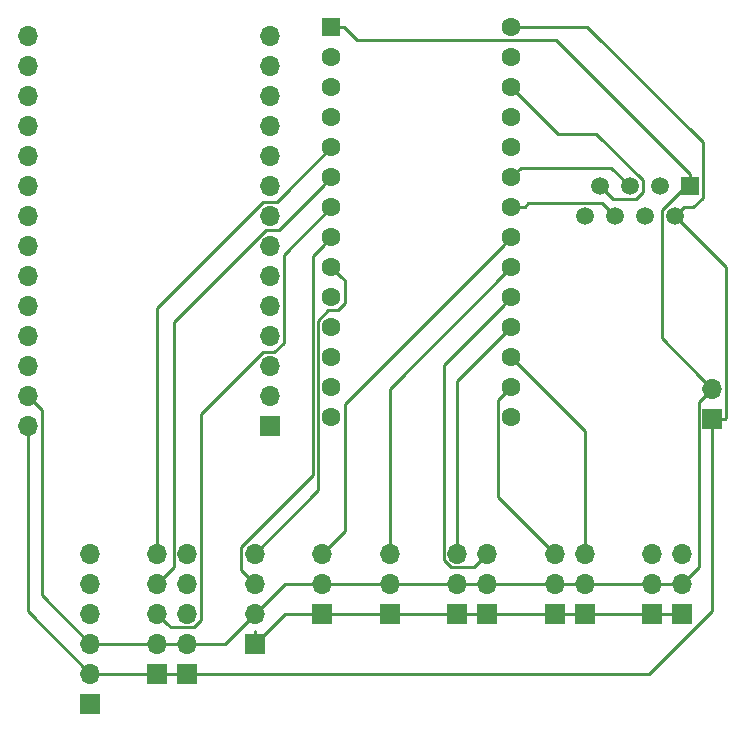
<source format=gbr>
G04 #@! TF.GenerationSoftware,KiCad,Pcbnew,(5.1.2)-2*
G04 #@! TF.CreationDate,2019-09-03T22:16:40-05:00*
G04 #@! TF.ProjectId,ControlBoardT4_Rev1,436f6e74-726f-46c4-926f-61726454345f,rev?*
G04 #@! TF.SameCoordinates,Original*
G04 #@! TF.FileFunction,Copper,L1,Top*
G04 #@! TF.FilePolarity,Positive*
%FSLAX46Y46*%
G04 Gerber Fmt 4.6, Leading zero omitted, Abs format (unit mm)*
G04 Created by KiCad (PCBNEW (5.1.2)-2) date 2019-09-03 22:16:40*
%MOMM*%
%LPD*%
G04 APERTURE LIST*
%ADD10R,1.700000X1.700000*%
%ADD11O,1.700000X1.700000*%
%ADD12R,1.500000X1.500000*%
%ADD13C,1.500000*%
%ADD14C,1.600000*%
%ADD15R,1.600000X1.600000*%
%ADD16C,0.250000*%
G04 APERTURE END LIST*
D10*
X140970000Y-106680000D03*
D11*
X120470000Y-106680000D03*
X140970000Y-104140000D03*
X120470000Y-104140000D03*
X140970000Y-101600000D03*
X120470000Y-101600000D03*
X140970000Y-99060000D03*
X120470000Y-99060000D03*
X140970000Y-96520000D03*
X120470000Y-96520000D03*
X140970000Y-93980000D03*
X120470000Y-93980000D03*
X140970000Y-91440000D03*
X120470000Y-91440000D03*
X140970000Y-88900000D03*
X120470000Y-88900000D03*
X140970000Y-86360000D03*
X120470000Y-86360000D03*
X140970000Y-83820000D03*
X120470000Y-83820000D03*
X140970000Y-81280000D03*
X120470000Y-81280000D03*
X140970000Y-78740000D03*
X120470000Y-78740000D03*
X140970000Y-76200000D03*
X120470000Y-76200000D03*
X140970000Y-73660000D03*
X120470000Y-73660000D03*
D10*
X178435000Y-106045000D03*
D11*
X178435000Y-103505000D03*
X165100000Y-117475000D03*
X167640000Y-117475000D03*
X165100000Y-120015000D03*
X167640000Y-120015000D03*
D10*
X167640000Y-122555000D03*
X165100000Y-122555000D03*
X159385000Y-122555000D03*
D11*
X159385000Y-120015000D03*
X156845000Y-120015000D03*
X159385000Y-117475000D03*
X156845000Y-117475000D03*
D10*
X156845000Y-122555000D03*
X133985000Y-127635000D03*
D11*
X133985000Y-125095000D03*
X131445000Y-125095000D03*
X133985000Y-122555000D03*
X131445000Y-122555000D03*
X133985000Y-120015000D03*
X131445000Y-120015000D03*
X133985000Y-117475000D03*
X131445000Y-117475000D03*
D10*
X131445000Y-127635000D03*
X175895000Y-122555000D03*
D11*
X175895000Y-120015000D03*
X173355000Y-120015000D03*
X175895000Y-117475000D03*
X173355000Y-117475000D03*
D10*
X173355000Y-122555000D03*
X139700000Y-125095000D03*
D11*
X139700000Y-122555000D03*
X139700000Y-120015000D03*
X139700000Y-117475000D03*
D10*
X145415000Y-122555000D03*
D11*
X145415000Y-120015000D03*
X145415000Y-117475000D03*
X151130000Y-117475000D03*
X151130000Y-120015000D03*
D10*
X151130000Y-122555000D03*
D12*
X176530000Y-86360000D03*
D13*
X175260000Y-88900000D03*
X173990000Y-86360000D03*
X172720000Y-88900000D03*
X171450000Y-86360000D03*
X170180000Y-88900000D03*
X168910000Y-86360000D03*
X167640000Y-88900000D03*
D10*
X125730000Y-130175000D03*
D11*
X125730000Y-127635000D03*
X125730000Y-125095000D03*
X125730000Y-122555000D03*
X125730000Y-120015000D03*
X125730000Y-117475000D03*
D14*
X146177000Y-105918000D03*
X146177000Y-103378000D03*
X146177000Y-100838000D03*
X146177000Y-98298000D03*
X146177000Y-95758000D03*
X146177000Y-93218000D03*
X146177000Y-90678000D03*
X146177000Y-88138000D03*
X146177000Y-85598000D03*
X146177000Y-83058000D03*
X146177000Y-80518000D03*
X146177000Y-77978000D03*
X146177000Y-75438000D03*
D15*
X146177000Y-72898000D03*
D14*
X161417000Y-105918000D03*
X161417000Y-103378000D03*
X161417000Y-100838000D03*
X161417000Y-98298000D03*
X161417000Y-95758000D03*
X161417000Y-93218000D03*
X161417000Y-90678000D03*
X161417000Y-88138000D03*
X161417000Y-85598000D03*
X161417000Y-83058000D03*
X161417000Y-80518000D03*
X161417000Y-77978000D03*
X161417000Y-75438000D03*
X161417000Y-72898000D03*
D16*
X145377001Y-91477999D02*
X146177000Y-90678000D01*
X144601989Y-92253011D02*
X145377001Y-91477999D01*
X144601989Y-110834009D02*
X144601989Y-92253011D01*
X138524999Y-116910999D02*
X144601989Y-110834009D01*
X138524999Y-118839999D02*
X138524999Y-116910999D01*
X139700000Y-120015000D02*
X138524999Y-118839999D01*
X146976999Y-94017999D02*
X146177000Y-93218000D01*
X147302001Y-94343001D02*
X146976999Y-94017999D01*
X147302001Y-96298001D02*
X147302001Y-94343001D01*
X145051999Y-97757999D02*
X145926997Y-96883001D01*
X145926997Y-96883001D02*
X146717001Y-96883001D01*
X145051999Y-112123001D02*
X145051999Y-97757999D01*
X146717001Y-96883001D02*
X147302001Y-96298001D01*
X139700000Y-117475000D02*
X145051999Y-112123001D01*
X160617001Y-91477999D02*
X161417000Y-90678000D01*
X147320000Y-104775000D02*
X160617001Y-91477999D01*
X147320000Y-115570000D02*
X147320000Y-104775000D01*
X145415000Y-117475000D02*
X147320000Y-115570000D01*
X151130000Y-103505000D02*
X151130000Y-117475000D01*
X161417000Y-93218000D02*
X151130000Y-103505000D01*
X156845000Y-102870000D02*
X156845000Y-117475000D01*
X161417000Y-98298000D02*
X156845000Y-102870000D01*
X164250001Y-116625001D02*
X165100000Y-117475000D01*
X160291999Y-112666999D02*
X164250001Y-116625001D01*
X160291999Y-104503001D02*
X160291999Y-112666999D01*
X161417000Y-103378000D02*
X160291999Y-104503001D01*
X162216999Y-84798001D02*
X161417000Y-85598000D01*
X169888001Y-84798001D02*
X162216999Y-84798001D01*
X171450000Y-86360000D02*
X169888001Y-84798001D01*
X162548370Y-88138000D02*
X161417000Y-88138000D01*
X162861371Y-87824999D02*
X162548370Y-88138000D01*
X169104999Y-87824999D02*
X162861371Y-87824999D01*
X170180000Y-88900000D02*
X169104999Y-87824999D01*
X160617001Y-96557999D02*
X161417000Y-95758000D01*
X155669999Y-101505001D02*
X160617001Y-96557999D01*
X155669999Y-118039001D02*
X155669999Y-101505001D01*
X156280999Y-118650001D02*
X155669999Y-118039001D01*
X158209999Y-118650001D02*
X156280999Y-118650001D01*
X159385000Y-117475000D02*
X158209999Y-118650001D01*
X167640000Y-116272919D02*
X167640000Y-117475000D01*
X167640000Y-107061000D02*
X167640000Y-116272919D01*
X161417000Y-100838000D02*
X167640000Y-107061000D01*
X132620001Y-123730001D02*
X132294999Y-123404999D01*
X132294999Y-123404999D02*
X131445000Y-122555000D01*
X134549001Y-123730001D02*
X132620001Y-123730001D01*
X140405999Y-100424999D02*
X135160001Y-105670997D01*
X141344003Y-100424999D02*
X140405999Y-100424999D01*
X135160001Y-105670997D02*
X135160001Y-123119001D01*
X142145001Y-99624001D02*
X141344003Y-100424999D01*
X142145001Y-92169999D02*
X142145001Y-99624001D01*
X135160001Y-123119001D02*
X134549001Y-123730001D01*
X146177000Y-88138000D02*
X142145001Y-92169999D01*
X145377001Y-86397999D02*
X146177000Y-85598000D01*
X141699999Y-90075001D02*
X145377001Y-86397999D01*
X140595997Y-90075001D02*
X141699999Y-90075001D01*
X132809999Y-97860999D02*
X140595997Y-90075001D01*
X132809999Y-118650001D02*
X132809999Y-97860999D01*
X131445000Y-120015000D02*
X132809999Y-118650001D01*
X131445000Y-118110000D02*
X131445000Y-117475000D01*
X131445000Y-116272919D02*
X131445000Y-117475000D01*
X140405999Y-87724999D02*
X131445000Y-96685998D01*
X141534001Y-87724999D02*
X140405999Y-87724999D01*
X131445000Y-96685998D02*
X131445000Y-116272919D01*
X142145001Y-87113999D02*
X141534001Y-87724999D01*
X142145001Y-87089999D02*
X142145001Y-87113999D01*
X146177000Y-83058000D02*
X142145001Y-87089999D01*
X176009999Y-88150001D02*
X175260000Y-88900000D01*
X176825001Y-88150001D02*
X176009999Y-88150001D01*
X177605001Y-87370001D02*
X176825001Y-88150001D01*
X177605001Y-82664003D02*
X177605001Y-87370001D01*
X167838998Y-72898000D02*
X177605001Y-82664003D01*
X161417000Y-72898000D02*
X167838998Y-72898000D01*
X176009999Y-89649999D02*
X175260000Y-88900000D01*
X179610001Y-93250001D02*
X176009999Y-89649999D01*
X179610001Y-105969999D02*
X179610001Y-93250001D01*
X179535000Y-106045000D02*
X179610001Y-105969999D01*
X178435000Y-106045000D02*
X179535000Y-106045000D01*
X135085000Y-127635000D02*
X133985000Y-127635000D01*
X173100002Y-127635000D02*
X135085000Y-127635000D01*
X178435000Y-122300002D02*
X173100002Y-127635000D01*
X178435000Y-106045000D02*
X178435000Y-122300002D01*
X133985000Y-127635000D02*
X131445000Y-127635000D01*
X130345000Y-127635000D02*
X125730000Y-127635000D01*
X131445000Y-127635000D02*
X130345000Y-127635000D01*
X120470000Y-122375000D02*
X120470000Y-106680000D01*
X125730000Y-127635000D02*
X120470000Y-122375000D01*
X147227000Y-72898000D02*
X146177000Y-72898000D01*
X148352001Y-74023001D02*
X147227000Y-72898000D01*
X165193001Y-74023001D02*
X148352001Y-74023001D01*
X176530000Y-85360000D02*
X165193001Y-74023001D01*
X176530000Y-86360000D02*
X176530000Y-85360000D01*
X177585001Y-102655001D02*
X178435000Y-103505000D01*
X174184999Y-99254999D02*
X177585001Y-102655001D01*
X174184999Y-88383999D02*
X174184999Y-99254999D01*
X176208998Y-86360000D02*
X174184999Y-88383999D01*
X176530000Y-86360000D02*
X176208998Y-86360000D01*
X176744999Y-119165001D02*
X175895000Y-120015000D01*
X177259999Y-118650001D02*
X176744999Y-119165001D01*
X177259999Y-104680001D02*
X177259999Y-118650001D01*
X178435000Y-103505000D02*
X177259999Y-104680001D01*
X121319999Y-104989999D02*
X120470000Y-104140000D01*
X121645001Y-105315001D02*
X121319999Y-104989999D01*
X121645001Y-121010001D02*
X121645001Y-105315001D01*
X125730000Y-125095000D02*
X121645001Y-121010001D01*
X125730000Y-125095000D02*
X133985000Y-125095000D01*
X137160000Y-125095000D02*
X139700000Y-122555000D01*
X133985000Y-125095000D02*
X137160000Y-125095000D01*
X142240000Y-120015000D02*
X145415000Y-120015000D01*
X139700000Y-122555000D02*
X142240000Y-120015000D01*
X145415000Y-120015000D02*
X175895000Y-120015000D01*
X162216999Y-78777999D02*
X161417000Y-77978000D01*
X165374001Y-81935001D02*
X162216999Y-78777999D01*
X168616003Y-81935001D02*
X165374001Y-81935001D01*
X172525001Y-85843999D02*
X168616003Y-81935001D01*
X172525001Y-86876001D02*
X172525001Y-85843999D01*
X169985001Y-87435001D02*
X171966001Y-87435001D01*
X171966001Y-87435001D02*
X172525001Y-86876001D01*
X168910000Y-86360000D02*
X169985001Y-87435001D01*
X175895000Y-122555000D02*
X145415000Y-122555000D01*
X142240000Y-122555000D02*
X139700000Y-125095000D01*
X145415000Y-122555000D02*
X142240000Y-122555000D01*
X139700000Y-125095000D02*
X139700000Y-123995000D01*
M02*

</source>
